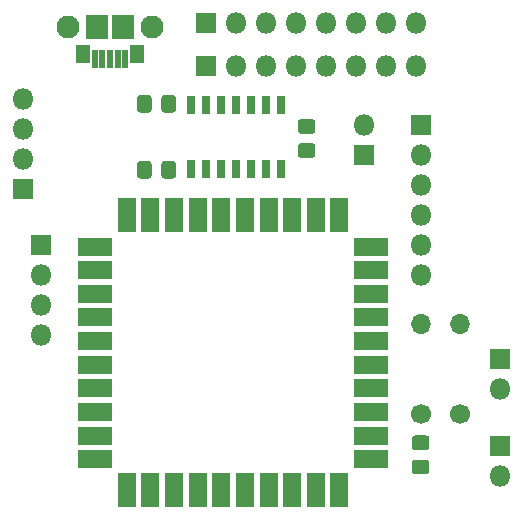
<source format=gts>
G04 #@! TF.GenerationSoftware,KiCad,Pcbnew,(5.1.6)-1*
G04 #@! TF.CreationDate,2024-01-16T16:58:56-05:00*
G04 #@! TF.ProjectId,amiga-500-usb-kb-stamp,616d6967-612d-4353-9030-2d7573622d6b,rev?*
G04 #@! TF.SameCoordinates,Original*
G04 #@! TF.FileFunction,Soldermask,Top*
G04 #@! TF.FilePolarity,Negative*
%FSLAX46Y46*%
G04 Gerber Fmt 4.6, Leading zero omitted, Abs format (unit mm)*
G04 Created by KiCad (PCBNEW (5.1.6)-1) date 2024-01-16 16:58:56*
%MOMM*%
%LPD*%
G01*
G04 APERTURE LIST*
%ADD10R,0.750000X1.625000*%
%ADD11R,0.500000X1.500000*%
%ADD12C,1.950000*%
%ADD13R,1.850000X2.000000*%
%ADD14R,1.250000X1.550000*%
%ADD15R,1.800000X1.800000*%
%ADD16O,1.800000X1.800000*%
%ADD17C,1.700000*%
%ADD18O,1.700000X1.700000*%
%ADD19O,1.450000X1.450000*%
%ADD20R,2.900000X1.600000*%
%ADD21R,1.600000X2.900000*%
%ADD22C,1.450000*%
G04 APERTURE END LIST*
G36*
G01*
X126482000Y-87786738D02*
X126482000Y-88743262D01*
G75*
G02*
X126210262Y-89015000I-271738J0D01*
G01*
X125503738Y-89015000D01*
G75*
G02*
X125232000Y-88743262I0J271738D01*
G01*
X125232000Y-87786738D01*
G75*
G02*
X125503738Y-87515000I271738J0D01*
G01*
X126210262Y-87515000D01*
G75*
G02*
X126482000Y-87786738I0J-271738D01*
G01*
G37*
G36*
G01*
X124432000Y-87786738D02*
X124432000Y-88743262D01*
G75*
G02*
X124160262Y-89015000I-271738J0D01*
G01*
X123453738Y-89015000D01*
G75*
G02*
X123182000Y-88743262I0J271738D01*
G01*
X123182000Y-87786738D01*
G75*
G02*
X123453738Y-87515000I271738J0D01*
G01*
X124160262Y-87515000D01*
G75*
G02*
X124432000Y-87786738I0J-271738D01*
G01*
G37*
G36*
G01*
X125232000Y-83155262D02*
X125232000Y-82198738D01*
G75*
G02*
X125503738Y-81927000I271738J0D01*
G01*
X126210262Y-81927000D01*
G75*
G02*
X126482000Y-82198738I0J-271738D01*
G01*
X126482000Y-83155262D01*
G75*
G02*
X126210262Y-83427000I-271738J0D01*
G01*
X125503738Y-83427000D01*
G75*
G02*
X125232000Y-83155262I0J271738D01*
G01*
G37*
G36*
G01*
X123182000Y-83155262D02*
X123182000Y-82198738D01*
G75*
G02*
X123453738Y-81927000I271738J0D01*
G01*
X124160262Y-81927000D01*
G75*
G02*
X124432000Y-82198738I0J-271738D01*
G01*
X124432000Y-83155262D01*
G75*
G02*
X124160262Y-83427000I-271738J0D01*
G01*
X123453738Y-83427000D01*
G75*
G02*
X123182000Y-83155262I0J271738D01*
G01*
G37*
D10*
X127762000Y-88183000D03*
X129032000Y-88183000D03*
X130302000Y-88183000D03*
X131572000Y-88183000D03*
X132842000Y-88183000D03*
X134112000Y-88183000D03*
X135382000Y-88183000D03*
X135382000Y-82759000D03*
X134112000Y-82759000D03*
X132842000Y-82759000D03*
X131572000Y-82759000D03*
X130302000Y-82759000D03*
X129032000Y-82759000D03*
X127762000Y-82759000D03*
D11*
X122204000Y-78850000D03*
X121554000Y-78850000D03*
X120904000Y-78850000D03*
X120254000Y-78850000D03*
X119604000Y-78850000D03*
D12*
X124479000Y-76200000D03*
X117329000Y-76200000D03*
D13*
X122029000Y-76200000D03*
X119779000Y-76200000D03*
D14*
X123224000Y-78430000D03*
X118584000Y-78430000D03*
D15*
X113538000Y-89916000D03*
D16*
X113538000Y-87376000D03*
X113538000Y-84836000D03*
X113538000Y-82296000D03*
D15*
X129032000Y-75819000D03*
D16*
X131572000Y-75819000D03*
X134112000Y-75819000D03*
X136652000Y-75819000D03*
X139192000Y-75819000D03*
X141732000Y-75819000D03*
X144272000Y-75819000D03*
X146812000Y-75819000D03*
X146812000Y-79502000D03*
X144272000Y-79502000D03*
X141732000Y-79502000D03*
X139192000Y-79502000D03*
X136652000Y-79502000D03*
X134112000Y-79502000D03*
X131572000Y-79502000D03*
D15*
X129032000Y-79502000D03*
X115062000Y-94615000D03*
D16*
X115062000Y-97155000D03*
X115062000Y-99695000D03*
X115062000Y-102235000D03*
D15*
X147193000Y-84455000D03*
D16*
X147193000Y-86995000D03*
X147193000Y-89535000D03*
X147193000Y-92075000D03*
X147193000Y-94615000D03*
X147193000Y-97155000D03*
D15*
X142367000Y-86995000D03*
D16*
X142367000Y-84455000D03*
G36*
G01*
X137062738Y-83957000D02*
X138019262Y-83957000D01*
G75*
G02*
X138291000Y-84228738I0J-271738D01*
G01*
X138291000Y-84935262D01*
G75*
G02*
X138019262Y-85207000I-271738J0D01*
G01*
X137062738Y-85207000D01*
G75*
G02*
X136791000Y-84935262I0J271738D01*
G01*
X136791000Y-84228738D01*
G75*
G02*
X137062738Y-83957000I271738J0D01*
G01*
G37*
G36*
G01*
X137062738Y-86007000D02*
X138019262Y-86007000D01*
G75*
G02*
X138291000Y-86278738I0J-271738D01*
G01*
X138291000Y-86985262D01*
G75*
G02*
X138019262Y-87257000I-271738J0D01*
G01*
X137062738Y-87257000D01*
G75*
G02*
X136791000Y-86985262I0J271738D01*
G01*
X136791000Y-86278738D01*
G75*
G02*
X137062738Y-86007000I271738J0D01*
G01*
G37*
D17*
X147193000Y-108966000D03*
D18*
X147193000Y-101346000D03*
X150495000Y-101346000D03*
D17*
X150495000Y-108966000D03*
D19*
X142318000Y-94759000D03*
D20*
X142968000Y-94759000D03*
X142968000Y-96759000D03*
D19*
X142318000Y-96759000D03*
X142318000Y-98759000D03*
D20*
X142968000Y-98759000D03*
X142968000Y-100759000D03*
D19*
X142318000Y-100759000D03*
X142318000Y-102759000D03*
D20*
X142968000Y-102759000D03*
D19*
X142318000Y-104759000D03*
D20*
X142968000Y-104759000D03*
X142968000Y-106759000D03*
D19*
X142318000Y-106759000D03*
D20*
X142968000Y-108759000D03*
D19*
X142318000Y-108759000D03*
X142318000Y-110759000D03*
D20*
X142968000Y-110759000D03*
D19*
X142318000Y-112759000D03*
D20*
X142968000Y-112759000D03*
D21*
X140318000Y-115409000D03*
D19*
X140318000Y-114759000D03*
D21*
X138318000Y-115409000D03*
D19*
X138318000Y-114759000D03*
D21*
X136318000Y-115409000D03*
D19*
X136318000Y-114759000D03*
D21*
X134318000Y-115409000D03*
D19*
X134318000Y-114759000D03*
X132318000Y-114759000D03*
D21*
X132318000Y-115409000D03*
X130318000Y-115409000D03*
D19*
X130318000Y-114759000D03*
X128318000Y-114759000D03*
D21*
X128318000Y-115409000D03*
X126318000Y-115409000D03*
D19*
X126318000Y-114759000D03*
D21*
X124318000Y-115409000D03*
D19*
X124318000Y-114759000D03*
D21*
X122318000Y-115409000D03*
D19*
X122318000Y-114759000D03*
X120318000Y-112759000D03*
D20*
X119668000Y-112759000D03*
D19*
X120318000Y-110759000D03*
D20*
X119668000Y-110759000D03*
X119668000Y-108759000D03*
D19*
X120318000Y-108759000D03*
D20*
X119668000Y-106759000D03*
D19*
X120318000Y-106759000D03*
X120318000Y-104759000D03*
D20*
X119668000Y-104759000D03*
X119668000Y-102759000D03*
D19*
X120318000Y-102759000D03*
D20*
X119668000Y-100759000D03*
D19*
X120318000Y-100759000D03*
D20*
X119668000Y-98759000D03*
D19*
X120318000Y-98759000D03*
D20*
X119668000Y-96759000D03*
D19*
X120318000Y-96759000D03*
X120318000Y-94759000D03*
D20*
X119668000Y-94759000D03*
D21*
X122318000Y-92109000D03*
D19*
X122318000Y-92759000D03*
D21*
X124318000Y-92109000D03*
D19*
X124318000Y-92759000D03*
D21*
X126318000Y-92109000D03*
D19*
X126318000Y-92759000D03*
X128318000Y-92759000D03*
D21*
X128318000Y-92109000D03*
X130318000Y-92109000D03*
D19*
X130318000Y-92759000D03*
X132318000Y-92759000D03*
D21*
X132318000Y-92109000D03*
X134318000Y-92109000D03*
D19*
X134318000Y-92759000D03*
X136318000Y-92759000D03*
D21*
X136318000Y-92109000D03*
D19*
X138318000Y-92759000D03*
D21*
X138318000Y-92109000D03*
X140318000Y-92109000D03*
D22*
X140318000Y-92759000D03*
D15*
X153924000Y-111633000D03*
D16*
X153924000Y-114173000D03*
X153924000Y-106807000D03*
D15*
X153924000Y-104267000D03*
G36*
G01*
X146714738Y-110745000D02*
X147671262Y-110745000D01*
G75*
G02*
X147943000Y-111016738I0J-271738D01*
G01*
X147943000Y-111723262D01*
G75*
G02*
X147671262Y-111995000I-271738J0D01*
G01*
X146714738Y-111995000D01*
G75*
G02*
X146443000Y-111723262I0J271738D01*
G01*
X146443000Y-111016738D01*
G75*
G02*
X146714738Y-110745000I271738J0D01*
G01*
G37*
G36*
G01*
X146714738Y-112795000D02*
X147671262Y-112795000D01*
G75*
G02*
X147943000Y-113066738I0J-271738D01*
G01*
X147943000Y-113773262D01*
G75*
G02*
X147671262Y-114045000I-271738J0D01*
G01*
X146714738Y-114045000D01*
G75*
G02*
X146443000Y-113773262I0J271738D01*
G01*
X146443000Y-113066738D01*
G75*
G02*
X146714738Y-112795000I271738J0D01*
G01*
G37*
M02*

</source>
